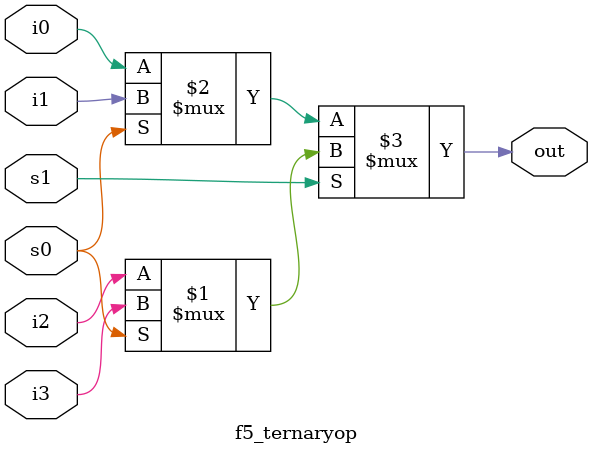
<source format=v>
module f5_ternaryop(out, i0, i1, i2, i3, s1, s0);
output out;
input i0, i1, i2, i3;
input s1, s0;
assign out = s1 ? (s0 ? i3 : i2) : (s0 ? i1 : i0);
endmodule
</source>
